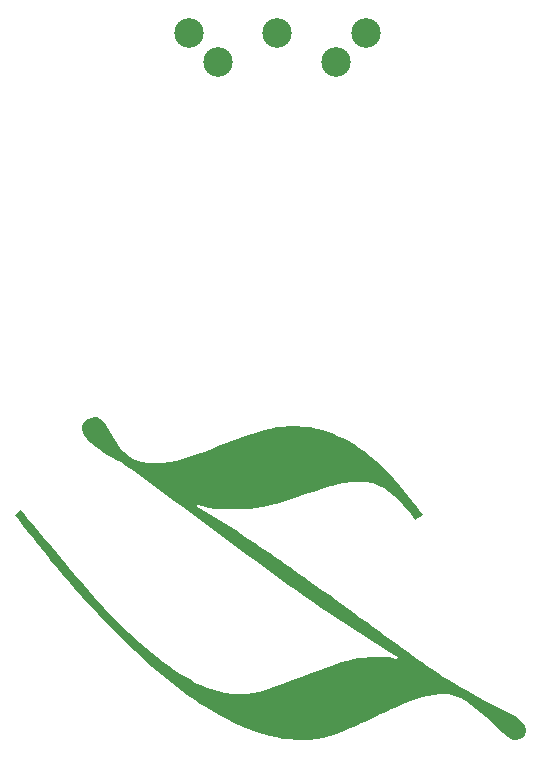
<source format=gbr>
%TF.GenerationSoftware,KiCad,Pcbnew,7.0.10*%
%TF.CreationDate,2024-03-03T10:32:20-06:00*%
%TF.ProjectId,Zimbelstern,5a696d62-656c-4737-9465-726e2e6b6963,rev?*%
%TF.SameCoordinates,Original*%
%TF.FileFunction,Legend,Bot*%
%TF.FilePolarity,Positive*%
%FSLAX46Y46*%
G04 Gerber Fmt 4.6, Leading zero omitted, Abs format (unit mm)*
G04 Created by KiCad (PCBNEW 7.0.10) date 2024-03-03 10:32:20*
%MOMM*%
%LPD*%
G01*
G04 APERTURE LIST*
%ADD10C,0.300000*%
%ADD11C,2.499360*%
G04 APERTURE END LIST*
D10*
G36*
X88072226Y-95393928D02*
G01*
X87591039Y-95261694D01*
X87376133Y-95247383D01*
X86884082Y-95247383D01*
X86386950Y-95247383D01*
X85882364Y-95259607D01*
X85383742Y-95296279D01*
X84891082Y-95357399D01*
X84404385Y-95442968D01*
X83923651Y-95552984D01*
X83448880Y-95687449D01*
X83260642Y-95748080D01*
X82789210Y-95906039D01*
X82321356Y-96066980D01*
X81857080Y-96230901D01*
X81396382Y-96397805D01*
X80848266Y-96602024D01*
X80305303Y-96810537D01*
X79767492Y-97019050D01*
X79234832Y-97223269D01*
X78707325Y-97423195D01*
X78184970Y-97618828D01*
X77667767Y-97810167D01*
X77496510Y-97872993D01*
X76982885Y-98043152D01*
X76476987Y-98178106D01*
X75978818Y-98277854D01*
X75488376Y-98342397D01*
X74925962Y-98373202D01*
X74846475Y-98373691D01*
X74230525Y-98346786D01*
X73609996Y-98266072D01*
X72984887Y-98131547D01*
X72513050Y-97995341D01*
X72038637Y-97828867D01*
X71561648Y-97632125D01*
X71082083Y-97405116D01*
X70599941Y-97147838D01*
X70115224Y-96860292D01*
X69790648Y-96651779D01*
X69302032Y-96322480D01*
X68816205Y-95980302D01*
X68333170Y-95625243D01*
X67852925Y-95257305D01*
X67375471Y-94876486D01*
X66900807Y-94482788D01*
X66428934Y-94076210D01*
X65959852Y-93656751D01*
X65493561Y-93224413D01*
X65030060Y-92779194D01*
X64722609Y-92475226D01*
X64262973Y-92011189D01*
X63809132Y-91544146D01*
X63361087Y-91074098D01*
X62918838Y-90601044D01*
X62482385Y-90124985D01*
X62051728Y-89645921D01*
X61626867Y-89163851D01*
X61207802Y-88678777D01*
X60794533Y-88190696D01*
X60387060Y-87699611D01*
X60118632Y-87370551D01*
X59720246Y-86882399D01*
X59331092Y-86407127D01*
X58951168Y-85944735D01*
X58580474Y-85495224D01*
X58219012Y-85058592D01*
X57866779Y-84634840D01*
X57523778Y-84223968D01*
X57190007Y-83825976D01*
X56865467Y-83440865D01*
X56447106Y-82947418D01*
X56345080Y-82827634D01*
X55783321Y-83255059D01*
X56124498Y-83682484D01*
X56476360Y-84122121D01*
X56838908Y-84573970D01*
X57212142Y-85038032D01*
X57596061Y-85514305D01*
X57990666Y-86002791D01*
X58395956Y-86503489D01*
X58706937Y-86887026D01*
X58811933Y-87016399D01*
X59130498Y-87405983D01*
X59454215Y-87796211D01*
X59783084Y-88187083D01*
X60117105Y-88578599D01*
X60456278Y-88970759D01*
X60800604Y-89363563D01*
X61150081Y-89757011D01*
X61504710Y-90151103D01*
X61864491Y-90545839D01*
X62229424Y-90941219D01*
X62475575Y-91205163D01*
X62846161Y-91598468D01*
X63220611Y-91990700D01*
X63598925Y-92381858D01*
X63981103Y-92771943D01*
X64367145Y-93160955D01*
X64757051Y-93548893D01*
X65150822Y-93935758D01*
X65548456Y-94321550D01*
X65949954Y-94706268D01*
X66355316Y-95089913D01*
X66627704Y-95345080D01*
X67036250Y-95723072D01*
X67446728Y-96092263D01*
X67859138Y-96452652D01*
X68273481Y-96804240D01*
X68689755Y-97147027D01*
X69107961Y-97481012D01*
X69528099Y-97806196D01*
X69950170Y-98122579D01*
X70374172Y-98430160D01*
X70800106Y-98728940D01*
X71085136Y-98923237D01*
X71513431Y-99206275D01*
X71941941Y-99478365D01*
X72370666Y-99739507D01*
X72799606Y-99989701D01*
X73228760Y-100228947D01*
X73801300Y-100530911D01*
X74374221Y-100813412D01*
X74947524Y-101076450D01*
X75521208Y-101320025D01*
X75664689Y-101377878D01*
X76235034Y-101589682D01*
X76804234Y-101773246D01*
X77372290Y-101928569D01*
X77939200Y-102055652D01*
X78504966Y-102154494D01*
X79069587Y-102225095D01*
X79633063Y-102267456D01*
X80195394Y-102281577D01*
X80752096Y-102260110D01*
X81313950Y-102195710D01*
X81880956Y-102088377D01*
X82357396Y-101966136D01*
X82837414Y-101814081D01*
X83224005Y-101670969D01*
X83704262Y-101480393D01*
X84183326Y-101282662D01*
X84661198Y-101077774D01*
X85137877Y-100865731D01*
X85613363Y-100646533D01*
X86087657Y-100420179D01*
X86277041Y-100327634D01*
X86749367Y-100098418D01*
X87219904Y-99876357D01*
X87688652Y-99661452D01*
X88155612Y-99453702D01*
X88620782Y-99253108D01*
X89084164Y-99059670D01*
X89269016Y-98984298D01*
X89727209Y-98808391D01*
X90267597Y-98636658D01*
X90797680Y-98507858D01*
X91317459Y-98421991D01*
X91826935Y-98379058D01*
X92077808Y-98373691D01*
X92597588Y-98411091D01*
X93094469Y-98523290D01*
X93568453Y-98710288D01*
X94019539Y-98972086D01*
X94454596Y-99281206D01*
X94880495Y-99610170D01*
X95297234Y-99958980D01*
X95704815Y-100327634D01*
X96097130Y-100696288D01*
X96468073Y-101045097D01*
X96859840Y-101413787D01*
X97145847Y-101683182D01*
X97528431Y-101998741D01*
X97982999Y-102234243D01*
X98269364Y-102281577D01*
X98738769Y-102144190D01*
X98867759Y-102037334D01*
X99100315Y-101588621D01*
X99112002Y-101438939D01*
X98967699Y-100971681D01*
X98591066Y-100561346D01*
X98136510Y-100248875D01*
X97634333Y-99985694D01*
X97146861Y-99744373D01*
X96600356Y-99463100D01*
X96120648Y-99209316D01*
X95603158Y-98929964D01*
X95047887Y-98625042D01*
X94606640Y-98379571D01*
X94144141Y-98119717D01*
X93660390Y-97845480D01*
X93494417Y-97750872D01*
X92988579Y-97465783D01*
X92553426Y-97206370D01*
X92091177Y-96919098D01*
X91601833Y-96603968D01*
X91085393Y-96260979D01*
X90680281Y-95985454D01*
X90259928Y-95694259D01*
X89824334Y-95387393D01*
X89525471Y-95174110D01*
X89065190Y-94843022D01*
X88595678Y-94504636D01*
X88116936Y-94158952D01*
X87628963Y-93805968D01*
X87131759Y-93445686D01*
X86625325Y-93078105D01*
X86109660Y-92703226D01*
X85584765Y-92321048D01*
X85050639Y-91931571D01*
X84507282Y-91534796D01*
X84139916Y-91266224D01*
X83582355Y-90859431D01*
X83017925Y-90449633D01*
X82446626Y-90036829D01*
X81868457Y-89621020D01*
X81283419Y-89202205D01*
X80691512Y-88780385D01*
X80293091Y-88497503D01*
X79891617Y-88213284D01*
X79487090Y-87927730D01*
X79079509Y-87640840D01*
X78668876Y-87352614D01*
X78255190Y-87063053D01*
X77838450Y-86772156D01*
X77420089Y-86480591D01*
X77001537Y-86192079D01*
X76582794Y-85906620D01*
X76163860Y-85624214D01*
X75744736Y-85344862D01*
X75325420Y-85068562D01*
X74905914Y-84795315D01*
X74486217Y-84525122D01*
X74066329Y-84257981D01*
X73646251Y-83993893D01*
X73225981Y-83732859D01*
X72805521Y-83474877D01*
X72384870Y-83219949D01*
X71964028Y-82968073D01*
X71542996Y-82719251D01*
X71121772Y-82473482D01*
X71268318Y-82339148D01*
X71756326Y-82487984D01*
X72258646Y-82598656D01*
X72775277Y-82671166D01*
X72880321Y-82681088D01*
X73399814Y-82713288D01*
X73904996Y-82733562D01*
X74395866Y-82741910D01*
X74492323Y-82742149D01*
X75067916Y-82729698D01*
X75631487Y-82692346D01*
X76183037Y-82630093D01*
X76722566Y-82542938D01*
X77250073Y-82430882D01*
X77423237Y-82387997D01*
X77934001Y-82251326D01*
X78440471Y-82106927D01*
X78942647Y-81954800D01*
X79440531Y-81794945D01*
X79934121Y-81627362D01*
X80097697Y-81569783D01*
X80580983Y-81399624D01*
X81059975Y-81237193D01*
X81534675Y-81082490D01*
X82005081Y-80935515D01*
X82548461Y-80773811D01*
X82625610Y-80751570D01*
X83162897Y-80613575D01*
X83695508Y-80509473D01*
X84223445Y-80439266D01*
X84746707Y-80402951D01*
X85043614Y-80397418D01*
X85538349Y-80427041D01*
X86092749Y-80536486D01*
X86622606Y-80726573D01*
X87057234Y-80953690D01*
X87473831Y-81240055D01*
X87883128Y-81580946D01*
X88295860Y-81971639D01*
X88642428Y-82335260D01*
X88991380Y-82733467D01*
X89342718Y-83166258D01*
X89696441Y-83633635D01*
X90319260Y-83206210D01*
X90031487Y-82810747D01*
X89732982Y-82410513D01*
X89423742Y-82005509D01*
X89103770Y-81595734D01*
X88773064Y-81181189D01*
X88431625Y-80761874D01*
X88292044Y-80592812D01*
X87932358Y-80172840D01*
X87563132Y-79767777D01*
X87184365Y-79377620D01*
X86796057Y-79002371D01*
X86398208Y-78642029D01*
X85990819Y-78296595D01*
X85825191Y-78162595D01*
X85399734Y-77836302D01*
X84962947Y-77529091D01*
X84514831Y-77240960D01*
X84055385Y-76971912D01*
X83584609Y-76721944D01*
X83102504Y-76491058D01*
X82906489Y-76404047D01*
X82404408Y-76203513D01*
X81890401Y-76036967D01*
X81364468Y-75904411D01*
X80826609Y-75805843D01*
X80276824Y-75741264D01*
X79715113Y-75710674D01*
X79487090Y-75707955D01*
X78986618Y-75719583D01*
X78492706Y-75754466D01*
X78005354Y-75812605D01*
X77429188Y-75913069D01*
X76862469Y-76047021D01*
X76397418Y-76184228D01*
X75843292Y-76362545D01*
X75289166Y-76549448D01*
X74827394Y-76711760D01*
X74365622Y-76880034D01*
X73903851Y-77054272D01*
X73442079Y-77234473D01*
X72981202Y-77415866D01*
X72522114Y-77593681D01*
X72064814Y-77767919D01*
X71518416Y-77972282D01*
X70974594Y-78171492D01*
X70523377Y-78333565D01*
X69981702Y-78503724D01*
X69437450Y-78638678D01*
X68890623Y-78738427D01*
X68341220Y-78802970D01*
X67789241Y-78832307D01*
X67604675Y-78834263D01*
X67078026Y-78813655D01*
X66533060Y-78737520D01*
X66001831Y-78581815D01*
X65568300Y-78352838D01*
X65430914Y-78248080D01*
X65055677Y-77897959D01*
X64726807Y-77520790D01*
X64444306Y-77116573D01*
X64307397Y-76880321D01*
X64047412Y-76417356D01*
X63801738Y-75990170D01*
X63548026Y-75561588D01*
X63525819Y-75524773D01*
X63181637Y-75137335D01*
X62724588Y-74947415D01*
X62475575Y-74926378D01*
X61998538Y-75055178D01*
X61767271Y-75256106D01*
X61519582Y-75693882D01*
X61486392Y-75939986D01*
X61621632Y-76424703D01*
X61913817Y-76807048D01*
X62287456Y-77156346D01*
X62696753Y-77482353D01*
X62964061Y-77674110D01*
X63374074Y-77941250D01*
X63810324Y-78208391D01*
X64272811Y-78475532D01*
X64368457Y-78528960D01*
X64796395Y-78776148D01*
X65214673Y-79036861D01*
X65623291Y-79311097D01*
X65846127Y-79469295D01*
X66540310Y-79981966D01*
X67233731Y-80494161D01*
X67926389Y-81005878D01*
X68618283Y-81517118D01*
X69309414Y-82027882D01*
X69999781Y-82538168D01*
X70689386Y-83047977D01*
X71378227Y-83557309D01*
X72066305Y-84066165D01*
X72753620Y-84574543D01*
X73440171Y-85082444D01*
X74125959Y-85589868D01*
X74810984Y-86096815D01*
X75495245Y-86603285D01*
X76178744Y-87109278D01*
X76861479Y-87614794D01*
X77544119Y-88116875D01*
X78230384Y-88615617D01*
X78920274Y-89111020D01*
X79613790Y-89603083D01*
X80310932Y-90091807D01*
X81011699Y-90577192D01*
X81716092Y-91059238D01*
X82424110Y-91537944D01*
X83135753Y-92013312D01*
X83851022Y-92485339D01*
X84569917Y-92954028D01*
X85292437Y-93419378D01*
X86018582Y-93881388D01*
X86748353Y-94340059D01*
X87481749Y-94795390D01*
X88218771Y-95247383D01*
X88072226Y-95393928D01*
G37*
D11*
%TO.C,J8*%
X70528180Y-42379900D03*
X78026260Y-42382440D03*
X85524340Y-42379900D03*
X73030080Y-44881800D03*
X83022440Y-44881800D03*
%TD*%
M02*

</source>
